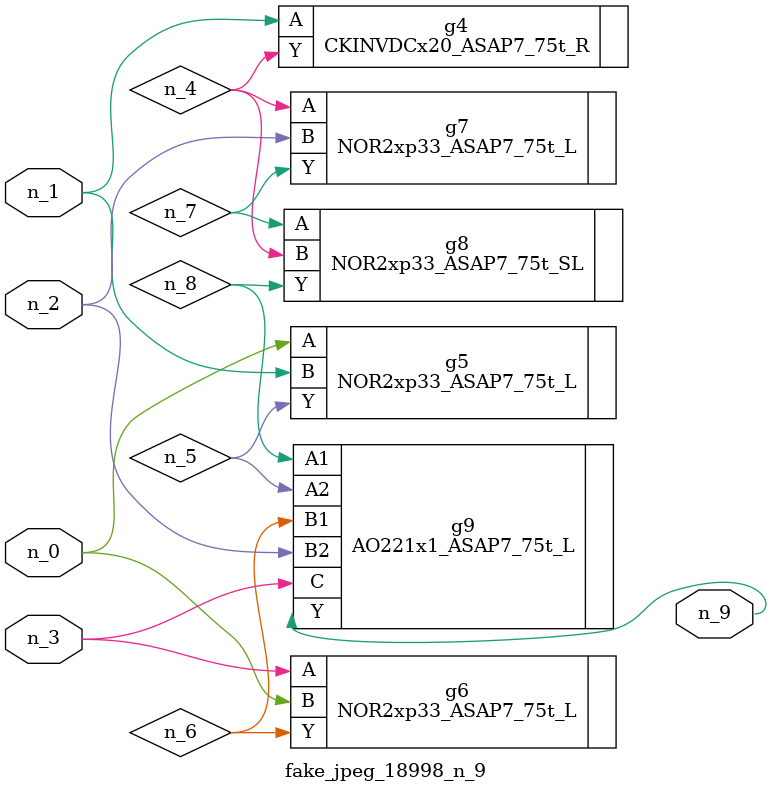
<source format=v>
module fake_jpeg_18998_n_9 (n_0, n_3, n_2, n_1, n_9);

input n_0;
input n_3;
input n_2;
input n_1;

output n_9;

wire n_4;
wire n_8;
wire n_6;
wire n_5;
wire n_7;

CKINVDCx20_ASAP7_75t_R g4 ( 
.A(n_1),
.Y(n_4)
);

NOR2xp33_ASAP7_75t_L g5 ( 
.A(n_0),
.B(n_1),
.Y(n_5)
);

NOR2xp33_ASAP7_75t_L g6 ( 
.A(n_3),
.B(n_0),
.Y(n_6)
);

NOR2xp33_ASAP7_75t_L g7 ( 
.A(n_4),
.B(n_2),
.Y(n_7)
);

NOR2xp33_ASAP7_75t_SL g8 ( 
.A(n_7),
.B(n_4),
.Y(n_8)
);

AO221x1_ASAP7_75t_L g9 ( 
.A1(n_8),
.A2(n_5),
.B1(n_6),
.B2(n_2),
.C(n_3),
.Y(n_9)
);


endmodule
</source>
